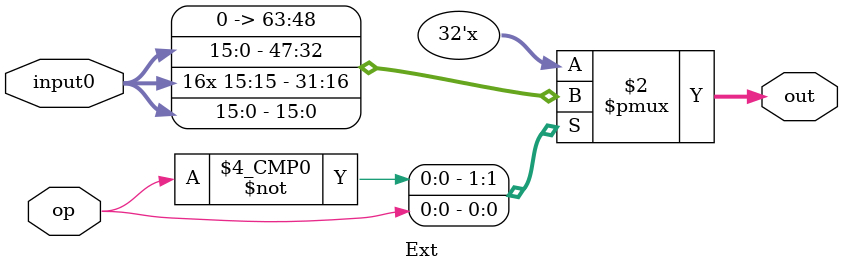
<source format=v>
module Ext(
    input[15:0] input0,
    input op,
    output reg[31:0] out
);
    always@(*)begin
        case (op)
            1'b0: out = { {16{1'b0}} , input0};
            1'b1: out = { {16{input0[15]}} , input0};
        endcase
    end
endmodule // Ext
</source>
